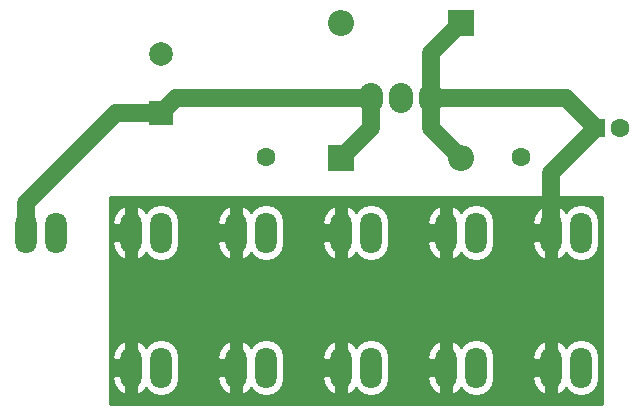
<source format=gtl>
%TF.GenerationSoftware,KiCad,Pcbnew,4.0.7*%
%TF.CreationDate,2018-02-11T17:01:00-06:00*%
%TF.ProjectId,Positive_Power_Distribution,506F7369746976655F506F7765725F44,1.0*%
%TF.FileFunction,Copper,L1,Top,Signal*%
%FSLAX46Y46*%
G04 Gerber Fmt 4.6, Leading zero omitted, Abs format (unit mm)*
G04 Created by KiCad (PCBNEW 4.0.7) date 02/11/18 17:01:00*
%MOMM*%
%LPD*%
G01*
G04 APERTURE LIST*
%ADD10C,0.100000*%
%ADD11O,1.800860X3.500120*%
%ADD12R,2.000000X2.000000*%
%ADD13C,2.000000*%
%ADD14C,1.600000*%
%ADD15R,1.600000X1.600000*%
%ADD16R,2.200000X2.200000*%
%ADD17O,2.200000X2.200000*%
%ADD18O,2.032000X2.540000*%
%ADD19C,1.524000*%
%ADD20C,0.254000*%
G04 APERTURE END LIST*
D10*
D11*
X160020000Y-118110000D03*
X162560000Y-118110000D03*
X151130000Y-118110000D03*
X153670000Y-118110000D03*
X142240000Y-118110000D03*
X144780000Y-118110000D03*
X168910000Y-118110000D03*
X171450000Y-118110000D03*
X177800000Y-118110000D03*
X180340000Y-118110000D03*
X177800000Y-106680000D03*
X180340000Y-106680000D03*
X168910000Y-106680000D03*
X171450000Y-106680000D03*
X160020000Y-106680000D03*
X162560000Y-106680000D03*
X151130000Y-106680000D03*
X153670000Y-106680000D03*
X142240000Y-106680000D03*
X144780000Y-106680000D03*
X133350000Y-106680000D03*
X135890000Y-106680000D03*
D12*
X144780000Y-96520000D03*
D13*
X144780000Y-91520000D03*
D14*
X153670000Y-95250000D03*
X153670000Y-100250000D03*
X175260000Y-95250000D03*
X175260000Y-100250000D03*
D15*
X181610000Y-97790000D03*
D14*
X183610000Y-97790000D03*
D16*
X160020000Y-100330000D03*
D17*
X170180000Y-100330000D03*
D16*
X170180000Y-88900000D03*
D17*
X160020000Y-88900000D03*
D18*
X165100000Y-95250000D03*
X167640000Y-95250000D03*
X162560000Y-95250000D03*
D19*
X153670000Y-95250000D02*
X146050000Y-95250000D01*
X146050000Y-95250000D02*
X144780000Y-96520000D01*
X162560000Y-95250000D02*
X162560000Y-97790000D01*
X162560000Y-97790000D02*
X160020000Y-100330000D01*
X153670000Y-95250000D02*
X162560000Y-95250000D01*
X144780000Y-96520000D02*
X140970000Y-96520000D01*
X140970000Y-96520000D02*
X133350000Y-104140000D01*
X133350000Y-104140000D02*
X133350000Y-106680000D01*
X167640000Y-95250000D02*
X175260000Y-95250000D01*
X167640000Y-95250000D02*
X167640000Y-91440000D01*
X167640000Y-91440000D02*
X170180000Y-88900000D01*
X175260000Y-95250000D02*
X179070000Y-95250000D01*
X179070000Y-95250000D02*
X181610000Y-97790000D01*
X177800000Y-106680000D02*
X177800000Y-101600000D01*
X177800000Y-101600000D02*
X181610000Y-97790000D01*
X167640000Y-95250000D02*
X167640000Y-97790000D01*
X167640000Y-97790000D02*
X170180000Y-100330000D01*
D20*
G36*
X182118000Y-121158000D02*
X140462000Y-121158000D01*
X140462000Y-118994680D01*
X140646694Y-118994680D01*
X140781390Y-119601744D01*
X141138146Y-120111052D01*
X141565691Y-120339069D01*
X141789785Y-120260612D01*
X141789785Y-118745000D01*
X140819577Y-118745000D01*
X140646694Y-118994680D01*
X140462000Y-118994680D01*
X140462000Y-117225320D01*
X140646694Y-117225320D01*
X140819577Y-117475000D01*
X141789785Y-117475000D01*
X141789785Y-115959388D01*
X142690215Y-115959388D01*
X142690215Y-117475000D01*
X142895000Y-117475000D01*
X142895000Y-118745000D01*
X142690215Y-118745000D01*
X142690215Y-120260612D01*
X142914309Y-120339069D01*
X143341854Y-120111052D01*
X143528720Y-119844280D01*
X143694287Y-120092069D01*
X144192416Y-120424908D01*
X144780000Y-120541786D01*
X145367584Y-120424908D01*
X145865713Y-120092069D01*
X146198552Y-119593940D01*
X146315430Y-119006356D01*
X146315430Y-118994680D01*
X149536694Y-118994680D01*
X149671390Y-119601744D01*
X150028146Y-120111052D01*
X150455691Y-120339069D01*
X150679785Y-120260612D01*
X150679785Y-118745000D01*
X149709577Y-118745000D01*
X149536694Y-118994680D01*
X146315430Y-118994680D01*
X146315430Y-117225320D01*
X149536694Y-117225320D01*
X149709577Y-117475000D01*
X150679785Y-117475000D01*
X150679785Y-115959388D01*
X151580215Y-115959388D01*
X151580215Y-117475000D01*
X151785000Y-117475000D01*
X151785000Y-118745000D01*
X151580215Y-118745000D01*
X151580215Y-120260612D01*
X151804309Y-120339069D01*
X152231854Y-120111052D01*
X152418720Y-119844280D01*
X152584287Y-120092069D01*
X153082416Y-120424908D01*
X153670000Y-120541786D01*
X154257584Y-120424908D01*
X154755713Y-120092069D01*
X155088552Y-119593940D01*
X155205430Y-119006356D01*
X155205430Y-118994680D01*
X158426694Y-118994680D01*
X158561390Y-119601744D01*
X158918146Y-120111052D01*
X159345691Y-120339069D01*
X159569785Y-120260612D01*
X159569785Y-118745000D01*
X158599577Y-118745000D01*
X158426694Y-118994680D01*
X155205430Y-118994680D01*
X155205430Y-117225320D01*
X158426694Y-117225320D01*
X158599577Y-117475000D01*
X159569785Y-117475000D01*
X159569785Y-115959388D01*
X160470215Y-115959388D01*
X160470215Y-117475000D01*
X160675000Y-117475000D01*
X160675000Y-118745000D01*
X160470215Y-118745000D01*
X160470215Y-120260612D01*
X160694309Y-120339069D01*
X161121854Y-120111052D01*
X161308720Y-119844280D01*
X161474287Y-120092069D01*
X161972416Y-120424908D01*
X162560000Y-120541786D01*
X163147584Y-120424908D01*
X163645713Y-120092069D01*
X163978552Y-119593940D01*
X164095430Y-119006356D01*
X164095430Y-118994680D01*
X167316694Y-118994680D01*
X167451390Y-119601744D01*
X167808146Y-120111052D01*
X168235691Y-120339069D01*
X168459785Y-120260612D01*
X168459785Y-118745000D01*
X167489577Y-118745000D01*
X167316694Y-118994680D01*
X164095430Y-118994680D01*
X164095430Y-117225320D01*
X167316694Y-117225320D01*
X167489577Y-117475000D01*
X168459785Y-117475000D01*
X168459785Y-115959388D01*
X169360215Y-115959388D01*
X169360215Y-117475000D01*
X169565000Y-117475000D01*
X169565000Y-118745000D01*
X169360215Y-118745000D01*
X169360215Y-120260612D01*
X169584309Y-120339069D01*
X170011854Y-120111052D01*
X170198720Y-119844280D01*
X170364287Y-120092069D01*
X170862416Y-120424908D01*
X171450000Y-120541786D01*
X172037584Y-120424908D01*
X172535713Y-120092069D01*
X172868552Y-119593940D01*
X172985430Y-119006356D01*
X172985430Y-118994680D01*
X176206694Y-118994680D01*
X176341390Y-119601744D01*
X176698146Y-120111052D01*
X177125691Y-120339069D01*
X177349785Y-120260612D01*
X177349785Y-118745000D01*
X176379577Y-118745000D01*
X176206694Y-118994680D01*
X172985430Y-118994680D01*
X172985430Y-117225320D01*
X176206694Y-117225320D01*
X176379577Y-117475000D01*
X177349785Y-117475000D01*
X177349785Y-115959388D01*
X178250215Y-115959388D01*
X178250215Y-117475000D01*
X178455000Y-117475000D01*
X178455000Y-118745000D01*
X178250215Y-118745000D01*
X178250215Y-120260612D01*
X178474309Y-120339069D01*
X178901854Y-120111052D01*
X179088720Y-119844280D01*
X179254287Y-120092069D01*
X179752416Y-120424908D01*
X180340000Y-120541786D01*
X180927584Y-120424908D01*
X181425713Y-120092069D01*
X181758552Y-119593940D01*
X181875430Y-119006356D01*
X181875430Y-117213644D01*
X181758552Y-116626060D01*
X181425713Y-116127931D01*
X180927584Y-115795092D01*
X180340000Y-115678214D01*
X179752416Y-115795092D01*
X179254287Y-116127931D01*
X179088720Y-116375720D01*
X178901854Y-116108948D01*
X178474309Y-115880931D01*
X178250215Y-115959388D01*
X177349785Y-115959388D01*
X177125691Y-115880931D01*
X176698146Y-116108948D01*
X176341390Y-116618256D01*
X176206694Y-117225320D01*
X172985430Y-117225320D01*
X172985430Y-117213644D01*
X172868552Y-116626060D01*
X172535713Y-116127931D01*
X172037584Y-115795092D01*
X171450000Y-115678214D01*
X170862416Y-115795092D01*
X170364287Y-116127931D01*
X170198720Y-116375720D01*
X170011854Y-116108948D01*
X169584309Y-115880931D01*
X169360215Y-115959388D01*
X168459785Y-115959388D01*
X168235691Y-115880931D01*
X167808146Y-116108948D01*
X167451390Y-116618256D01*
X167316694Y-117225320D01*
X164095430Y-117225320D01*
X164095430Y-117213644D01*
X163978552Y-116626060D01*
X163645713Y-116127931D01*
X163147584Y-115795092D01*
X162560000Y-115678214D01*
X161972416Y-115795092D01*
X161474287Y-116127931D01*
X161308720Y-116375720D01*
X161121854Y-116108948D01*
X160694309Y-115880931D01*
X160470215Y-115959388D01*
X159569785Y-115959388D01*
X159345691Y-115880931D01*
X158918146Y-116108948D01*
X158561390Y-116618256D01*
X158426694Y-117225320D01*
X155205430Y-117225320D01*
X155205430Y-117213644D01*
X155088552Y-116626060D01*
X154755713Y-116127931D01*
X154257584Y-115795092D01*
X153670000Y-115678214D01*
X153082416Y-115795092D01*
X152584287Y-116127931D01*
X152418720Y-116375720D01*
X152231854Y-116108948D01*
X151804309Y-115880931D01*
X151580215Y-115959388D01*
X150679785Y-115959388D01*
X150455691Y-115880931D01*
X150028146Y-116108948D01*
X149671390Y-116618256D01*
X149536694Y-117225320D01*
X146315430Y-117225320D01*
X146315430Y-117213644D01*
X146198552Y-116626060D01*
X145865713Y-116127931D01*
X145367584Y-115795092D01*
X144780000Y-115678214D01*
X144192416Y-115795092D01*
X143694287Y-116127931D01*
X143528720Y-116375720D01*
X143341854Y-116108948D01*
X142914309Y-115880931D01*
X142690215Y-115959388D01*
X141789785Y-115959388D01*
X141565691Y-115880931D01*
X141138146Y-116108948D01*
X140781390Y-116618256D01*
X140646694Y-117225320D01*
X140462000Y-117225320D01*
X140462000Y-107564680D01*
X140646694Y-107564680D01*
X140781390Y-108171744D01*
X141138146Y-108681052D01*
X141565691Y-108909069D01*
X141789785Y-108830612D01*
X141789785Y-107315000D01*
X140819577Y-107315000D01*
X140646694Y-107564680D01*
X140462000Y-107564680D01*
X140462000Y-105795320D01*
X140646694Y-105795320D01*
X140819577Y-106045000D01*
X141789785Y-106045000D01*
X141789785Y-104529388D01*
X142690215Y-104529388D01*
X142690215Y-106045000D01*
X142895000Y-106045000D01*
X142895000Y-107315000D01*
X142690215Y-107315000D01*
X142690215Y-108830612D01*
X142914309Y-108909069D01*
X143341854Y-108681052D01*
X143528720Y-108414280D01*
X143694287Y-108662069D01*
X144192416Y-108994908D01*
X144780000Y-109111786D01*
X145367584Y-108994908D01*
X145865713Y-108662069D01*
X146198552Y-108163940D01*
X146315430Y-107576356D01*
X146315430Y-107564680D01*
X149536694Y-107564680D01*
X149671390Y-108171744D01*
X150028146Y-108681052D01*
X150455691Y-108909069D01*
X150679785Y-108830612D01*
X150679785Y-107315000D01*
X149709577Y-107315000D01*
X149536694Y-107564680D01*
X146315430Y-107564680D01*
X146315430Y-105795320D01*
X149536694Y-105795320D01*
X149709577Y-106045000D01*
X150679785Y-106045000D01*
X150679785Y-104529388D01*
X151580215Y-104529388D01*
X151580215Y-106045000D01*
X151785000Y-106045000D01*
X151785000Y-107315000D01*
X151580215Y-107315000D01*
X151580215Y-108830612D01*
X151804309Y-108909069D01*
X152231854Y-108681052D01*
X152418720Y-108414280D01*
X152584287Y-108662069D01*
X153082416Y-108994908D01*
X153670000Y-109111786D01*
X154257584Y-108994908D01*
X154755713Y-108662069D01*
X155088552Y-108163940D01*
X155205430Y-107576356D01*
X155205430Y-107564680D01*
X158426694Y-107564680D01*
X158561390Y-108171744D01*
X158918146Y-108681052D01*
X159345691Y-108909069D01*
X159569785Y-108830612D01*
X159569785Y-107315000D01*
X158599577Y-107315000D01*
X158426694Y-107564680D01*
X155205430Y-107564680D01*
X155205430Y-105795320D01*
X158426694Y-105795320D01*
X158599577Y-106045000D01*
X159569785Y-106045000D01*
X159569785Y-104529388D01*
X160470215Y-104529388D01*
X160470215Y-106045000D01*
X160675000Y-106045000D01*
X160675000Y-107315000D01*
X160470215Y-107315000D01*
X160470215Y-108830612D01*
X160694309Y-108909069D01*
X161121854Y-108681052D01*
X161308720Y-108414280D01*
X161474287Y-108662069D01*
X161972416Y-108994908D01*
X162560000Y-109111786D01*
X163147584Y-108994908D01*
X163645713Y-108662069D01*
X163978552Y-108163940D01*
X164095430Y-107576356D01*
X164095430Y-107564680D01*
X167316694Y-107564680D01*
X167451390Y-108171744D01*
X167808146Y-108681052D01*
X168235691Y-108909069D01*
X168459785Y-108830612D01*
X168459785Y-107315000D01*
X167489577Y-107315000D01*
X167316694Y-107564680D01*
X164095430Y-107564680D01*
X164095430Y-105795320D01*
X167316694Y-105795320D01*
X167489577Y-106045000D01*
X168459785Y-106045000D01*
X168459785Y-104529388D01*
X169360215Y-104529388D01*
X169360215Y-106045000D01*
X169565000Y-106045000D01*
X169565000Y-107315000D01*
X169360215Y-107315000D01*
X169360215Y-108830612D01*
X169584309Y-108909069D01*
X170011854Y-108681052D01*
X170198720Y-108414280D01*
X170364287Y-108662069D01*
X170862416Y-108994908D01*
X171450000Y-109111786D01*
X172037584Y-108994908D01*
X172535713Y-108662069D01*
X172868552Y-108163940D01*
X172985430Y-107576356D01*
X172985430Y-107564680D01*
X176206694Y-107564680D01*
X176341390Y-108171744D01*
X176698146Y-108681052D01*
X177125691Y-108909069D01*
X177349785Y-108830612D01*
X177349785Y-107315000D01*
X176379577Y-107315000D01*
X176206694Y-107564680D01*
X172985430Y-107564680D01*
X172985430Y-105795320D01*
X176206694Y-105795320D01*
X176379577Y-106045000D01*
X177349785Y-106045000D01*
X177349785Y-104529388D01*
X178250215Y-104529388D01*
X178250215Y-106045000D01*
X178455000Y-106045000D01*
X178455000Y-107315000D01*
X178250215Y-107315000D01*
X178250215Y-108830612D01*
X178474309Y-108909069D01*
X178901854Y-108681052D01*
X179088720Y-108414280D01*
X179254287Y-108662069D01*
X179752416Y-108994908D01*
X180340000Y-109111786D01*
X180927584Y-108994908D01*
X181425713Y-108662069D01*
X181758552Y-108163940D01*
X181875430Y-107576356D01*
X181875430Y-105783644D01*
X181758552Y-105196060D01*
X181425713Y-104697931D01*
X180927584Y-104365092D01*
X180340000Y-104248214D01*
X179752416Y-104365092D01*
X179254287Y-104697931D01*
X179088720Y-104945720D01*
X178901854Y-104678948D01*
X178474309Y-104450931D01*
X178250215Y-104529388D01*
X177349785Y-104529388D01*
X177125691Y-104450931D01*
X176698146Y-104678948D01*
X176341390Y-105188256D01*
X176206694Y-105795320D01*
X172985430Y-105795320D01*
X172985430Y-105783644D01*
X172868552Y-105196060D01*
X172535713Y-104697931D01*
X172037584Y-104365092D01*
X171450000Y-104248214D01*
X170862416Y-104365092D01*
X170364287Y-104697931D01*
X170198720Y-104945720D01*
X170011854Y-104678948D01*
X169584309Y-104450931D01*
X169360215Y-104529388D01*
X168459785Y-104529388D01*
X168235691Y-104450931D01*
X167808146Y-104678948D01*
X167451390Y-105188256D01*
X167316694Y-105795320D01*
X164095430Y-105795320D01*
X164095430Y-105783644D01*
X163978552Y-105196060D01*
X163645713Y-104697931D01*
X163147584Y-104365092D01*
X162560000Y-104248214D01*
X161972416Y-104365092D01*
X161474287Y-104697931D01*
X161308720Y-104945720D01*
X161121854Y-104678948D01*
X160694309Y-104450931D01*
X160470215Y-104529388D01*
X159569785Y-104529388D01*
X159345691Y-104450931D01*
X158918146Y-104678948D01*
X158561390Y-105188256D01*
X158426694Y-105795320D01*
X155205430Y-105795320D01*
X155205430Y-105783644D01*
X155088552Y-105196060D01*
X154755713Y-104697931D01*
X154257584Y-104365092D01*
X153670000Y-104248214D01*
X153082416Y-104365092D01*
X152584287Y-104697931D01*
X152418720Y-104945720D01*
X152231854Y-104678948D01*
X151804309Y-104450931D01*
X151580215Y-104529388D01*
X150679785Y-104529388D01*
X150455691Y-104450931D01*
X150028146Y-104678948D01*
X149671390Y-105188256D01*
X149536694Y-105795320D01*
X146315430Y-105795320D01*
X146315430Y-105783644D01*
X146198552Y-105196060D01*
X145865713Y-104697931D01*
X145367584Y-104365092D01*
X144780000Y-104248214D01*
X144192416Y-104365092D01*
X143694287Y-104697931D01*
X143528720Y-104945720D01*
X143341854Y-104678948D01*
X142914309Y-104450931D01*
X142690215Y-104529388D01*
X141789785Y-104529388D01*
X141565691Y-104450931D01*
X141138146Y-104678948D01*
X140781390Y-105188256D01*
X140646694Y-105795320D01*
X140462000Y-105795320D01*
X140462000Y-103632000D01*
X182118000Y-103632000D01*
X182118000Y-121158000D01*
X182118000Y-121158000D01*
G37*
X182118000Y-121158000D02*
X140462000Y-121158000D01*
X140462000Y-118994680D01*
X140646694Y-118994680D01*
X140781390Y-119601744D01*
X141138146Y-120111052D01*
X141565691Y-120339069D01*
X141789785Y-120260612D01*
X141789785Y-118745000D01*
X140819577Y-118745000D01*
X140646694Y-118994680D01*
X140462000Y-118994680D01*
X140462000Y-117225320D01*
X140646694Y-117225320D01*
X140819577Y-117475000D01*
X141789785Y-117475000D01*
X141789785Y-115959388D01*
X142690215Y-115959388D01*
X142690215Y-117475000D01*
X142895000Y-117475000D01*
X142895000Y-118745000D01*
X142690215Y-118745000D01*
X142690215Y-120260612D01*
X142914309Y-120339069D01*
X143341854Y-120111052D01*
X143528720Y-119844280D01*
X143694287Y-120092069D01*
X144192416Y-120424908D01*
X144780000Y-120541786D01*
X145367584Y-120424908D01*
X145865713Y-120092069D01*
X146198552Y-119593940D01*
X146315430Y-119006356D01*
X146315430Y-118994680D01*
X149536694Y-118994680D01*
X149671390Y-119601744D01*
X150028146Y-120111052D01*
X150455691Y-120339069D01*
X150679785Y-120260612D01*
X150679785Y-118745000D01*
X149709577Y-118745000D01*
X149536694Y-118994680D01*
X146315430Y-118994680D01*
X146315430Y-117225320D01*
X149536694Y-117225320D01*
X149709577Y-117475000D01*
X150679785Y-117475000D01*
X150679785Y-115959388D01*
X151580215Y-115959388D01*
X151580215Y-117475000D01*
X151785000Y-117475000D01*
X151785000Y-118745000D01*
X151580215Y-118745000D01*
X151580215Y-120260612D01*
X151804309Y-120339069D01*
X152231854Y-120111052D01*
X152418720Y-119844280D01*
X152584287Y-120092069D01*
X153082416Y-120424908D01*
X153670000Y-120541786D01*
X154257584Y-120424908D01*
X154755713Y-120092069D01*
X155088552Y-119593940D01*
X155205430Y-119006356D01*
X155205430Y-118994680D01*
X158426694Y-118994680D01*
X158561390Y-119601744D01*
X158918146Y-120111052D01*
X159345691Y-120339069D01*
X159569785Y-120260612D01*
X159569785Y-118745000D01*
X158599577Y-118745000D01*
X158426694Y-118994680D01*
X155205430Y-118994680D01*
X155205430Y-117225320D01*
X158426694Y-117225320D01*
X158599577Y-117475000D01*
X159569785Y-117475000D01*
X159569785Y-115959388D01*
X160470215Y-115959388D01*
X160470215Y-117475000D01*
X160675000Y-117475000D01*
X160675000Y-118745000D01*
X160470215Y-118745000D01*
X160470215Y-120260612D01*
X160694309Y-120339069D01*
X161121854Y-120111052D01*
X161308720Y-119844280D01*
X161474287Y-120092069D01*
X161972416Y-120424908D01*
X162560000Y-120541786D01*
X163147584Y-120424908D01*
X163645713Y-120092069D01*
X163978552Y-119593940D01*
X164095430Y-119006356D01*
X164095430Y-118994680D01*
X167316694Y-118994680D01*
X167451390Y-119601744D01*
X167808146Y-120111052D01*
X168235691Y-120339069D01*
X168459785Y-120260612D01*
X168459785Y-118745000D01*
X167489577Y-118745000D01*
X167316694Y-118994680D01*
X164095430Y-118994680D01*
X164095430Y-117225320D01*
X167316694Y-117225320D01*
X167489577Y-117475000D01*
X168459785Y-117475000D01*
X168459785Y-115959388D01*
X169360215Y-115959388D01*
X169360215Y-117475000D01*
X169565000Y-117475000D01*
X169565000Y-118745000D01*
X169360215Y-118745000D01*
X169360215Y-120260612D01*
X169584309Y-120339069D01*
X170011854Y-120111052D01*
X170198720Y-119844280D01*
X170364287Y-120092069D01*
X170862416Y-120424908D01*
X171450000Y-120541786D01*
X172037584Y-120424908D01*
X172535713Y-120092069D01*
X172868552Y-119593940D01*
X172985430Y-119006356D01*
X172985430Y-118994680D01*
X176206694Y-118994680D01*
X176341390Y-119601744D01*
X176698146Y-120111052D01*
X177125691Y-120339069D01*
X177349785Y-120260612D01*
X177349785Y-118745000D01*
X176379577Y-118745000D01*
X176206694Y-118994680D01*
X172985430Y-118994680D01*
X172985430Y-117225320D01*
X176206694Y-117225320D01*
X176379577Y-117475000D01*
X177349785Y-117475000D01*
X177349785Y-115959388D01*
X178250215Y-115959388D01*
X178250215Y-117475000D01*
X178455000Y-117475000D01*
X178455000Y-118745000D01*
X178250215Y-118745000D01*
X178250215Y-120260612D01*
X178474309Y-120339069D01*
X178901854Y-120111052D01*
X179088720Y-119844280D01*
X179254287Y-120092069D01*
X179752416Y-120424908D01*
X180340000Y-120541786D01*
X180927584Y-120424908D01*
X181425713Y-120092069D01*
X181758552Y-119593940D01*
X181875430Y-119006356D01*
X181875430Y-117213644D01*
X181758552Y-116626060D01*
X181425713Y-116127931D01*
X180927584Y-115795092D01*
X180340000Y-115678214D01*
X179752416Y-115795092D01*
X179254287Y-116127931D01*
X179088720Y-116375720D01*
X178901854Y-116108948D01*
X178474309Y-115880931D01*
X178250215Y-115959388D01*
X177349785Y-115959388D01*
X177125691Y-115880931D01*
X176698146Y-116108948D01*
X176341390Y-116618256D01*
X176206694Y-117225320D01*
X172985430Y-117225320D01*
X172985430Y-117213644D01*
X172868552Y-116626060D01*
X172535713Y-116127931D01*
X172037584Y-115795092D01*
X171450000Y-115678214D01*
X170862416Y-115795092D01*
X170364287Y-116127931D01*
X170198720Y-116375720D01*
X170011854Y-116108948D01*
X169584309Y-115880931D01*
X169360215Y-115959388D01*
X168459785Y-115959388D01*
X168235691Y-115880931D01*
X167808146Y-116108948D01*
X167451390Y-116618256D01*
X167316694Y-117225320D01*
X164095430Y-117225320D01*
X164095430Y-117213644D01*
X163978552Y-116626060D01*
X163645713Y-116127931D01*
X163147584Y-115795092D01*
X162560000Y-115678214D01*
X161972416Y-115795092D01*
X161474287Y-116127931D01*
X161308720Y-116375720D01*
X161121854Y-116108948D01*
X160694309Y-115880931D01*
X160470215Y-115959388D01*
X159569785Y-115959388D01*
X159345691Y-115880931D01*
X158918146Y-116108948D01*
X158561390Y-116618256D01*
X158426694Y-117225320D01*
X155205430Y-117225320D01*
X155205430Y-117213644D01*
X155088552Y-116626060D01*
X154755713Y-116127931D01*
X154257584Y-115795092D01*
X153670000Y-115678214D01*
X153082416Y-115795092D01*
X152584287Y-116127931D01*
X152418720Y-116375720D01*
X152231854Y-116108948D01*
X151804309Y-115880931D01*
X151580215Y-115959388D01*
X150679785Y-115959388D01*
X150455691Y-115880931D01*
X150028146Y-116108948D01*
X149671390Y-116618256D01*
X149536694Y-117225320D01*
X146315430Y-117225320D01*
X146315430Y-117213644D01*
X146198552Y-116626060D01*
X145865713Y-116127931D01*
X145367584Y-115795092D01*
X144780000Y-115678214D01*
X144192416Y-115795092D01*
X143694287Y-116127931D01*
X143528720Y-116375720D01*
X143341854Y-116108948D01*
X142914309Y-115880931D01*
X142690215Y-115959388D01*
X141789785Y-115959388D01*
X141565691Y-115880931D01*
X141138146Y-116108948D01*
X140781390Y-116618256D01*
X140646694Y-117225320D01*
X140462000Y-117225320D01*
X140462000Y-107564680D01*
X140646694Y-107564680D01*
X140781390Y-108171744D01*
X141138146Y-108681052D01*
X141565691Y-108909069D01*
X141789785Y-108830612D01*
X141789785Y-107315000D01*
X140819577Y-107315000D01*
X140646694Y-107564680D01*
X140462000Y-107564680D01*
X140462000Y-105795320D01*
X140646694Y-105795320D01*
X140819577Y-106045000D01*
X141789785Y-106045000D01*
X141789785Y-104529388D01*
X142690215Y-104529388D01*
X142690215Y-106045000D01*
X142895000Y-106045000D01*
X142895000Y-107315000D01*
X142690215Y-107315000D01*
X142690215Y-108830612D01*
X142914309Y-108909069D01*
X143341854Y-108681052D01*
X143528720Y-108414280D01*
X143694287Y-108662069D01*
X144192416Y-108994908D01*
X144780000Y-109111786D01*
X145367584Y-108994908D01*
X145865713Y-108662069D01*
X146198552Y-108163940D01*
X146315430Y-107576356D01*
X146315430Y-107564680D01*
X149536694Y-107564680D01*
X149671390Y-108171744D01*
X150028146Y-108681052D01*
X150455691Y-108909069D01*
X150679785Y-108830612D01*
X150679785Y-107315000D01*
X149709577Y-107315000D01*
X149536694Y-107564680D01*
X146315430Y-107564680D01*
X146315430Y-105795320D01*
X149536694Y-105795320D01*
X149709577Y-106045000D01*
X150679785Y-106045000D01*
X150679785Y-104529388D01*
X151580215Y-104529388D01*
X151580215Y-106045000D01*
X151785000Y-106045000D01*
X151785000Y-107315000D01*
X151580215Y-107315000D01*
X151580215Y-108830612D01*
X151804309Y-108909069D01*
X152231854Y-108681052D01*
X152418720Y-108414280D01*
X152584287Y-108662069D01*
X153082416Y-108994908D01*
X153670000Y-109111786D01*
X154257584Y-108994908D01*
X154755713Y-108662069D01*
X155088552Y-108163940D01*
X155205430Y-107576356D01*
X155205430Y-107564680D01*
X158426694Y-107564680D01*
X158561390Y-108171744D01*
X158918146Y-108681052D01*
X159345691Y-108909069D01*
X159569785Y-108830612D01*
X159569785Y-107315000D01*
X158599577Y-107315000D01*
X158426694Y-107564680D01*
X155205430Y-107564680D01*
X155205430Y-105795320D01*
X158426694Y-105795320D01*
X158599577Y-106045000D01*
X159569785Y-106045000D01*
X159569785Y-104529388D01*
X160470215Y-104529388D01*
X160470215Y-106045000D01*
X160675000Y-106045000D01*
X160675000Y-107315000D01*
X160470215Y-107315000D01*
X160470215Y-108830612D01*
X160694309Y-108909069D01*
X161121854Y-108681052D01*
X161308720Y-108414280D01*
X161474287Y-108662069D01*
X161972416Y-108994908D01*
X162560000Y-109111786D01*
X163147584Y-108994908D01*
X163645713Y-108662069D01*
X163978552Y-108163940D01*
X164095430Y-107576356D01*
X164095430Y-107564680D01*
X167316694Y-107564680D01*
X167451390Y-108171744D01*
X167808146Y-108681052D01*
X168235691Y-108909069D01*
X168459785Y-108830612D01*
X168459785Y-107315000D01*
X167489577Y-107315000D01*
X167316694Y-107564680D01*
X164095430Y-107564680D01*
X164095430Y-105795320D01*
X167316694Y-105795320D01*
X167489577Y-106045000D01*
X168459785Y-106045000D01*
X168459785Y-104529388D01*
X169360215Y-104529388D01*
X169360215Y-106045000D01*
X169565000Y-106045000D01*
X169565000Y-107315000D01*
X169360215Y-107315000D01*
X169360215Y-108830612D01*
X169584309Y-108909069D01*
X170011854Y-108681052D01*
X170198720Y-108414280D01*
X170364287Y-108662069D01*
X170862416Y-108994908D01*
X171450000Y-109111786D01*
X172037584Y-108994908D01*
X172535713Y-108662069D01*
X172868552Y-108163940D01*
X172985430Y-107576356D01*
X172985430Y-107564680D01*
X176206694Y-107564680D01*
X176341390Y-108171744D01*
X176698146Y-108681052D01*
X177125691Y-108909069D01*
X177349785Y-108830612D01*
X177349785Y-107315000D01*
X176379577Y-107315000D01*
X176206694Y-107564680D01*
X172985430Y-107564680D01*
X172985430Y-105795320D01*
X176206694Y-105795320D01*
X176379577Y-106045000D01*
X177349785Y-106045000D01*
X177349785Y-104529388D01*
X178250215Y-104529388D01*
X178250215Y-106045000D01*
X178455000Y-106045000D01*
X178455000Y-107315000D01*
X178250215Y-107315000D01*
X178250215Y-108830612D01*
X178474309Y-108909069D01*
X178901854Y-108681052D01*
X179088720Y-108414280D01*
X179254287Y-108662069D01*
X179752416Y-108994908D01*
X180340000Y-109111786D01*
X180927584Y-108994908D01*
X181425713Y-108662069D01*
X181758552Y-108163940D01*
X181875430Y-107576356D01*
X181875430Y-105783644D01*
X181758552Y-105196060D01*
X181425713Y-104697931D01*
X180927584Y-104365092D01*
X180340000Y-104248214D01*
X179752416Y-104365092D01*
X179254287Y-104697931D01*
X179088720Y-104945720D01*
X178901854Y-104678948D01*
X178474309Y-104450931D01*
X178250215Y-104529388D01*
X177349785Y-104529388D01*
X177125691Y-104450931D01*
X176698146Y-104678948D01*
X176341390Y-105188256D01*
X176206694Y-105795320D01*
X172985430Y-105795320D01*
X172985430Y-105783644D01*
X172868552Y-105196060D01*
X172535713Y-104697931D01*
X172037584Y-104365092D01*
X171450000Y-104248214D01*
X170862416Y-104365092D01*
X170364287Y-104697931D01*
X170198720Y-104945720D01*
X170011854Y-104678948D01*
X169584309Y-104450931D01*
X169360215Y-104529388D01*
X168459785Y-104529388D01*
X168235691Y-104450931D01*
X167808146Y-104678948D01*
X167451390Y-105188256D01*
X167316694Y-105795320D01*
X164095430Y-105795320D01*
X164095430Y-105783644D01*
X163978552Y-105196060D01*
X163645713Y-104697931D01*
X163147584Y-104365092D01*
X162560000Y-104248214D01*
X161972416Y-104365092D01*
X161474287Y-104697931D01*
X161308720Y-104945720D01*
X161121854Y-104678948D01*
X160694309Y-104450931D01*
X160470215Y-104529388D01*
X159569785Y-104529388D01*
X159345691Y-104450931D01*
X158918146Y-104678948D01*
X158561390Y-105188256D01*
X158426694Y-105795320D01*
X155205430Y-105795320D01*
X155205430Y-105783644D01*
X155088552Y-105196060D01*
X154755713Y-104697931D01*
X154257584Y-104365092D01*
X153670000Y-104248214D01*
X153082416Y-104365092D01*
X152584287Y-104697931D01*
X152418720Y-104945720D01*
X152231854Y-104678948D01*
X151804309Y-104450931D01*
X151580215Y-104529388D01*
X150679785Y-104529388D01*
X150455691Y-104450931D01*
X150028146Y-104678948D01*
X149671390Y-105188256D01*
X149536694Y-105795320D01*
X146315430Y-105795320D01*
X146315430Y-105783644D01*
X146198552Y-105196060D01*
X145865713Y-104697931D01*
X145367584Y-104365092D01*
X144780000Y-104248214D01*
X144192416Y-104365092D01*
X143694287Y-104697931D01*
X143528720Y-104945720D01*
X143341854Y-104678948D01*
X142914309Y-104450931D01*
X142690215Y-104529388D01*
X141789785Y-104529388D01*
X141565691Y-104450931D01*
X141138146Y-104678948D01*
X140781390Y-105188256D01*
X140646694Y-105795320D01*
X140462000Y-105795320D01*
X140462000Y-103632000D01*
X182118000Y-103632000D01*
X182118000Y-121158000D01*
M02*

</source>
